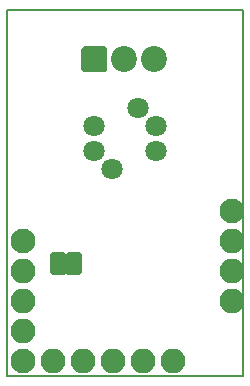
<source format=gbr>
%TF.GenerationSoftware,KiCad,Pcbnew,(5.1.7)-1*%
%TF.CreationDate,2021-03-22T16:24:13+01:00*%
%TF.ProjectId,PIR-Addon,5049522d-4164-4646-9f6e-2e6b69636164,rev?*%
%TF.SameCoordinates,Original*%
%TF.FileFunction,Soldermask,Bot*%
%TF.FilePolarity,Negative*%
%FSLAX46Y46*%
G04 Gerber Fmt 4.6, Leading zero omitted, Abs format (unit mm)*
G04 Created by KiCad (PCBNEW (5.1.7)-1) date 2021-03-22 16:24:13*
%MOMM*%
%LPD*%
G01*
G04 APERTURE LIST*
%TA.AperFunction,Profile*%
%ADD10C,0.150000*%
%TD*%
%ADD11C,1.800000*%
%ADD12O,2.100000X2.100000*%
%ADD13C,2.100000*%
%ADD14C,2.200000*%
G04 APERTURE END LIST*
D10*
X195000000Y-94000000D02*
X215000000Y-94000000D01*
X195000000Y-125000000D02*
X195000000Y-94000000D01*
X215000000Y-94000000D02*
X215000000Y-125000000D01*
X215000000Y-125000000D02*
X195000000Y-125000000D01*
D11*
%TO.C,A1*%
X202400000Y-103800000D03*
X202400000Y-106000000D03*
X203900000Y-107500000D03*
X207600000Y-106000000D03*
X207600000Y-103800000D03*
X206100000Y-102300000D03*
%TD*%
D12*
%TO.C,P6*%
X214078500Y-118681500D03*
X214078500Y-116141500D03*
X214078500Y-113601500D03*
D13*
X214078500Y-111061500D03*
%TD*%
D12*
%TO.C,P2*%
X209078000Y-123738500D03*
X206538000Y-123738500D03*
X203998000Y-123738500D03*
X201458000Y-123738500D03*
X198918000Y-123738500D03*
D13*
X196378000Y-123738500D03*
%TD*%
D12*
%TO.C,P1*%
X196358500Y-121221500D03*
X196358500Y-118681500D03*
X196358500Y-116141500D03*
D13*
X196358500Y-113601500D03*
%TD*%
%TO.C,JP1*%
G36*
G01*
X199950000Y-116250000D02*
X199950000Y-114750000D01*
G75*
G02*
X200150000Y-114550000I200000J0D01*
G01*
X201150000Y-114550000D01*
G75*
G02*
X201350000Y-114750000I0J-200000D01*
G01*
X201350000Y-116250000D01*
G75*
G02*
X201150000Y-116450000I-200000J0D01*
G01*
X200150000Y-116450000D01*
G75*
G02*
X199950000Y-116250000I0J200000D01*
G01*
G37*
G36*
G01*
X198650000Y-116250000D02*
X198650000Y-114750000D01*
G75*
G02*
X198850000Y-114550000I200000J0D01*
G01*
X199850000Y-114550000D01*
G75*
G02*
X200050000Y-114750000I0J-200000D01*
G01*
X200050000Y-116250000D01*
G75*
G02*
X199850000Y-116450000I-200000J0D01*
G01*
X198850000Y-116450000D01*
G75*
G02*
X198650000Y-116250000I0J200000D01*
G01*
G37*
%TD*%
%TO.C,D1*%
G36*
G01*
X201300000Y-99100000D02*
X201300000Y-97300000D01*
G75*
G02*
X201500000Y-97100000I200000J0D01*
G01*
X203300000Y-97100000D01*
G75*
G02*
X203500000Y-97300000I0J-200000D01*
G01*
X203500000Y-99100000D01*
G75*
G02*
X203300000Y-99300000I-200000J0D01*
G01*
X201500000Y-99300000D01*
G75*
G02*
X201300000Y-99100000I0J200000D01*
G01*
G37*
D14*
X204940000Y-98200000D03*
X207480000Y-98200000D03*
%TD*%
M02*

</source>
